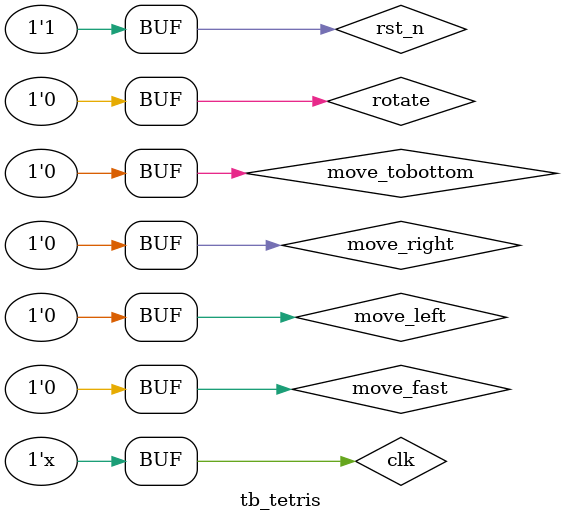
<source format=v>
`timescale 1ns / 1ps
`define INITIAL        3'b000
`define GENERATE_PIECE 3'b001
`define ROTATE_PIECE   3'b010
`define COLLISION      3'b011
`define LOSE           3'b100
`define CLEAR_ROW      3'b101
`define MOVE           3'b110
`define TOBOTTOM       3'b111

`define SQUARE 3'b000
`define BAR    3'b001
`define S      3'b010
`define Z      3'b011
`define L      3'b100
`define J      3'b101
`define T      3'b110





`timescale 1ns / 1ps


module tb_tetris;
reg          clk;
reg          rst_n;
reg          move_left, move_right, rotate, move_fast, move_tobottom;

wire [2:0]   game_current_state;
wire [199:0] blocks_exist;
wire [19:0]  is_full_row;
wire [199:0] blocks_active;
wire twinkle_color;
wire [7:0] active_pos0, active_pos1, active_pos2, active_pos3;
wire [7:0] vga_read_addr;  // 来自 Top/VGA
wire [2:0] vga_read_data;



//---------------- 时钟 ----------------
always #5 clk = ~clk;

//---------------- 模块实例 ----------------
Tetris_design dut (
   .clk(clk),
   .rst_n(rst_n),
   .move_left(move_left),
   .move_right(move_right),
   .rotate(rotate),
   .move_fast(move_fast),
   .move_tobottom(move_tobottom),
   .game_current_state(game_current_state),
    .blocks_exist(blocks_exist),
    .active_pos0(active_pos0),
    .active_pos1(active_pos1),
    .active_pos2(active_pos2),
    .active_pos3(active_pos3),
    .vga_read_addr(vga_read_addr),   // 来自 Top/VGA
    .vga_read_data(vga_read_data), 
    .is_full_row(is_full_row),
    .twinkle_color(twinkle_color)
);
initial begin
    clk = 0;
    rst_n = 0;
    move_left = 0;
    move_right = 0;
    rotate = 0;
    move_fast = 0;
    move_tobottom = 0;
    #100 rst_n = 1;

    #10 rotate = 1;
    #10 rotate = 0;


    #100 move_tobottom = 1;
    #10 move_tobottom = 0;

    #1000 rotate = 1;
    #100 rotate = 0;
    // #10 rotate = 1;
    // #10 rotate = 0;
    // #10 rotate = 1;
    // #10 rotate = 0;
    // #10 rotate = 1;
    // #10 rotate = 0;
    // #100 rotate = 1;
    // #10 rotate = 0;
    // #10 rotate = 1;
    // #10 rotate = 0;
    // #10 rotate = 1;
    // #10 rotate = 0;
    // #100 rotate = 1;
    // #10 rotate = 0;
    // #10 rotate = 1;
    // #10 rotate = 0;
    // #10 rotate = 1;
    // #10 rotate = 0;
    

    #50 move_left = 1;
    #10 move_left = 0;
    // #50 move_left = 1;
    // #10 move_left = 0;
    // #50 move_left = 1;
    // #10 move_left = 0;
    // #50 move_left = 1;
    // #10 move_left = 0;
    // #50 move_left = 1;
    // #10 move_left = 0;

    // #2000 move_left = 1;
    // #10 move_left = 0;
    // #50 move_left = 1;
    // #10 move_left = 0;
    // #50 move_left = 1;
    // #10 move_left = 0;

    // #4300 move_right = 1;
    // #10 move_right = 0;
    // #50 move_right = 1;
    // #10 move_right = 0;

    // #2000 move_right = 1;
    // #10 move_right = 0;
    // #50 move_right = 1;
    // #10 move_right = 0;
    // #50 move_right = 1;
    // #10 move_right = 0;
    // #50 move_right = 1;
    // #10 move_right = 0;
    // #50 move_right = 1;
    // #10 move_right = 0;



end
endmodule
</source>
